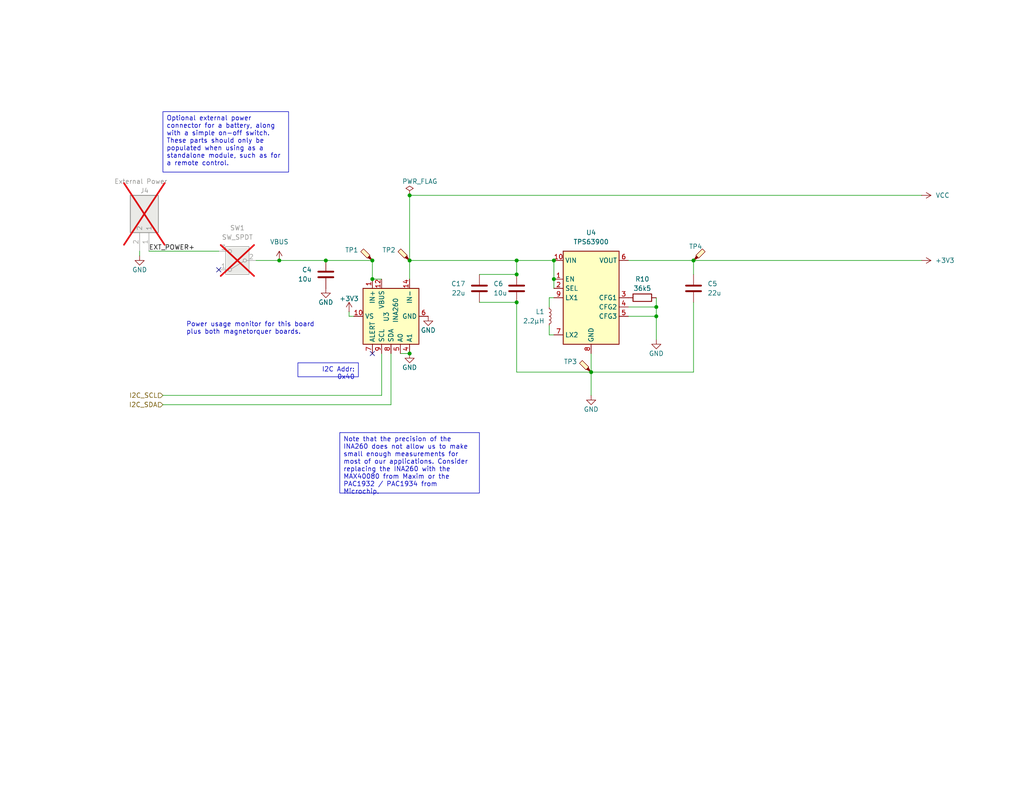
<source format=kicad_sch>
(kicad_sch (version 20231120) (generator "eeschema") (generator_version "8.0")
  (paper "USLetter")
  (title_block (title "Comms Board") (date "2025-02-12") (rev "${PCB_VERSION}") (company "TVSC"))
  (lib_symbols
    (symbol "Connector:TestPoint_Probe" (pin_numbers hide) (pin_names (offset 0.762) hide)
      (property "Reference" "TP" (at 1.651 5.842 0))
      (property "Value" "TestPoint_Probe" (at 1.651 4.064 0))
      (symbol "TestPoint_Probe_0_1"
        (polyline (pts (xy 1.27 0.762) (xy 0 0) (xy 0.762 1.27) (xy 1.27 0.762)) (fill (type outline)))
        (polyline (pts (xy 1.397 0.635) (xy 0.635 1.397) (xy 2.413 3.175) (xy 3.175 2.413) (xy 1.397 0.635)) (fill (type background)))
      )
      (symbol "TestPoint_Probe_1_1"
        (pin passive line (at 0 0 90) (length 0) (name "1") (number "1"))
      )
    )
    (symbol "Device:C" (pin_numbers hide) (pin_names (offset 0.254))
      (property "Reference" "C" (at 0.635 2.54 0))
      (property "Value" "C" (at 0.635 -2.54 0))
      (symbol "C_0_1"
        (polyline (pts (xy -2.032 -0.762) (xy 2.032 -0.762)) (stroke (width 0.508)))
        (polyline (pts (xy -2.032 0.762) (xy 2.032 0.762)) (stroke (width 0.508)))
      )
      (symbol "C_1_1"
        (pin passive line (at 0 3.81 270) (length 2.794) (name "~") (number "1"))
        (pin passive line (at 0 -3.81 90) (length 2.794) (name "~") (number "2"))
      )
    )
    (symbol "Device:L_Small" (pin_numbers hide) (pin_names (offset 0.254) hide)
      (property "Reference" "L" (at 0.762 1.016 0))
      (property "Value" "L_Small" (at 0.762 -1.016 0))
      (symbol "L_Small_0_1"
        (arc (start 0 -2.032) (mid 0.5058 -1.524) (end 0 -1.016))
        (arc (start 0 -1.016) (mid 0.5058 -0.508) (end 0 0))
        (arc (start 0 0) (mid 0.5058 0.508) (end 0 1.016))
        (arc (start 0 1.016) (mid 0.5058 1.524) (end 0 2.032))
      )
      (symbol "L_Small_1_1"
        (pin passive line (at 0 2.54 270) (length 0.508) (name "~") (number "1"))
        (pin passive line (at 0 -2.54 90) (length 0.508) (name "~") (number "2"))
      )
    )
    (symbol "Device:R" (pin_numbers hide) (pin_names (offset 0))
      (property "Reference" "R" (at 2.032 0 90))
      (property "Value" "R" (at 0 0 90))
      (symbol "R_0_1"
        (rectangle (start -1.016 -2.54) (end 1.016 2.54) (stroke (width 0.254)))
      )
      (symbol "R_1_1"
        (pin passive line (at 0 3.81 270) (length 1.27) (name "~") (number "1"))
        (pin passive line (at 0 -3.81 90) (length 1.27) (name "~") (number "2"))
      )
    )
    (symbol "Regulator_Switching:TPS63900"
      (property "Reference" "U" (at -7.62 13.97 0))
      (property "Value" "TPS63900" (at 5.08 13.97 0))
      (symbol "TPS63900_0_1"
        (rectangle (start -7.62 12.7) (end 7.62 -12.7) (stroke (width 0.254)) (fill (type background)))
      )
      (symbol "TPS63900_1_1"
        (pin input line (at -10.16 5.08 0) (length 2.54) (name "EN") (number "1"))
        (pin power_in line (at -10.16 10.16 0) (length 2.54) (name "VIN") (number "10"))
        (pin passive line (at 0 -15.24 90) (length 2.54) hide (name "GND") (number "11"))
        (pin input line (at -10.16 2.54 0) (length 2.54) (name "SEL") (number "2"))
        (pin input line (at 10.16 0 180) (length 2.54) (name "CFG1") (number "3"))
        (pin input line (at 10.16 -2.54 180) (length 2.54) (name "CFG2") (number "4"))
        (pin input line (at 10.16 -5.08 180) (length 2.54) (name "CFG3") (number "5"))
        (pin power_out line (at 10.16 10.16 180) (length 2.54) (name "VOUT") (number "6"))
        (pin input line (at -10.16 -10.16 0) (length 2.54) (name "LX2") (number "7"))
        (pin power_in line (at 0 -15.24 90) (length 2.54) (name "GND") (number "8"))
        (pin input line (at -10.16 0 0) (length 2.54) (name "LX1") (number "9"))
      )
    )
    (symbol "Sensor:INA260"
      (property "Reference" "U" (at -6.35 8.89 0))
      (property "Value" "INA260" (at 2.54 8.89 0))
      (symbol "INA260_0_1"
        (rectangle (start -7.62 7.62) (end 7.62 -7.62) (stroke (width 0.254)) (fill (type background)))
      )
      (symbol "INA260_1_1"
        (pin passive line (at -10.16 5.08 0) (length 2.54) (name "IN+") (number "1"))
        (pin power_in line (at 0 10.16 270) (length 2.54) (name "VS") (number "10"))
        (pin passive line (at 0 -10.16 90) (length 2.54) hide (name "GND") (number "11"))
        (pin passive line (at -10.16 2.54 0) (length 2.54) (name "VBUS") (number "12"))
        (pin no_connect line (at 2.54 -7.62 90) (length 2.54) hide (name "NC") (number "13"))
        (pin passive line (at -10.16 -5.08 0) (length 2.54) (name "IN-") (number "14"))
        (pin passive line (at -10.16 -5.08 0) (length 2.54) hide (name "IN-") (number "15"))
        (pin passive line (at -10.16 -5.08 0) (length 2.54) hide (name "IN-") (number "16"))
        (pin passive line (at -10.16 5.08 0) (length 2.54) hide (name "IN+") (number "2"))
        (pin passive line (at -10.16 5.08 0) (length 2.54) hide (name "IN+") (number "3"))
        (pin input line (at 10.16 -5.08 180) (length 2.54) (name "A1") (number "4"))
        (pin input line (at 10.16 -2.54 180) (length 2.54) (name "A0") (number "5"))
        (pin power_in line (at 0 -10.16 90) (length 2.54) (name "GND") (number "6"))
        (pin open_collector line (at 10.16 5.08 180) (length 2.54) (name "ALERT") (number "7"))
        (pin bidirectional line (at 10.16 0 180) (length 2.54) (name "SDA") (number "8"))
        (pin input line (at 10.16 2.54 180) (length 2.54) (name "SCL") (number "9"))
      )
    )
    (symbol "Switch:SW_SPDT" (pin_names (offset 0) hide)
      (property "Reference" "SW" (at 0 5.08 0))
      (property "Value" "SW_SPDT" (at 0 -5.08 0))
      (symbol "SW_SPDT_0_1"
        (circle (center -2.032 0) (radius 0.4572))
        (polyline (pts (xy -1.651 0.254) (xy 1.651 2.286)))
        (circle (center 2.032 -2.54) (radius 0.4572))
        (circle (center 2.032 2.54) (radius 0.4572))
      )
      (symbol "SW_SPDT_1_1"
        (rectangle (start -3.175 3.81) (end 3.175 -3.81) (fill (type background)))
        (pin passive line (at 5.08 2.54 180) (length 2.54) (name "A") (number "1"))
        (pin passive line (at -5.08 0 0) (length 2.54) (name "B") (number "2"))
        (pin passive line (at 5.08 -2.54 180) (length 2.54) (name "C") (number "3"))
      )
    )
    (symbol "TVSC:B2B-PH-K-S__LF__SN_"
      (property "Reference" "J" (at 16.51 7.62 0))
      (property "Value" "B2B-PH-K-S__LF__SN_" (at 16.51 5.08 0))
      (symbol "B2B-PH-K-S__LF__SN__1_1"
        (rectangle (start 5.08 2.54) (end 15.24 -5.08) (stroke (width 0.254)) (fill (type background)))
        (pin passive line (at 0 -2.54 0) (length 5.08) (name "1") (number "1"))
        (pin passive line (at 0 0 0) (length 5.08) (name "2") (number "2"))
      )
    )
    (symbol "power:+3V3" (power) (pin_numbers hide) (pin_names (offset 0) hide)
      (property "Value" "+3V3" (at 0 3.556 0))
      (symbol "+3V3_0_1"
        (polyline (pts (xy -0.762 1.27) (xy 0 2.54)))
        (polyline (pts (xy 0 0) (xy 0 2.54)))
        (polyline (pts (xy 0 2.54) (xy 0.762 1.27)))
      )
      (symbol "+3V3_1_1"
        (pin power_in line (at 0 0 90) (length 0) (name "~") (number "1"))
      )
    )
    (symbol "power:GND" (power) (pin_numbers hide) (pin_names (offset 0) hide)
      (property "Value" "GND" (at 0 -3.81 0))
      (symbol "GND_0_1"
        (polyline (pts (xy 0 0) (xy 0 -1.27) (xy 1.27 -1.27) (xy 0 -2.54) (xy -1.27 -1.27) (xy 0 -1.27)))
      )
      (symbol "GND_1_1"
        (pin power_in line (at 0 0 270) (length 0) (name "~") (number "1"))
      )
    )
    (symbol "power:PWR_FLAG" (power) (pin_numbers hide) (pin_names (offset 0) hide)
      (property "Value" "PWR_FLAG" (at 0 3.81 0))
      (symbol "PWR_FLAG_0_0"
        (pin power_out line (at 0 0 90) (length 0) (name "~") (number "1"))
      )
      (symbol "PWR_FLAG_0_1"
        (polyline (pts (xy 0 0) (xy 0 1.27) (xy -1.016 1.905) (xy 0 2.54) (xy 1.016 1.905) (xy 0 1.27)))
      )
    )
    (symbol "power:VBUS" (power) (pin_numbers hide) (pin_names (offset 0) hide)
      (property "Value" "VBUS" (at 0 3.556 0))
      (symbol "VBUS_0_1"
        (polyline (pts (xy -0.762 1.27) (xy 0 2.54)))
        (polyline (pts (xy 0 0) (xy 0 2.54)))
        (polyline (pts (xy 0 2.54) (xy 0.762 1.27)))
      )
      (symbol "VBUS_1_1"
        (pin power_in line (at 0 0 90) (length 0) (name "~") (number "1"))
      )
    )
    (symbol "power:VCC" (power) (pin_numbers hide) (pin_names (offset 0) hide)
      (property "Value" "VCC" (at 0 3.556 0))
      (symbol "VCC_0_1"
        (polyline (pts (xy -0.762 1.27) (xy 0 2.54)))
        (polyline (pts (xy 0 0) (xy 0 2.54)))
        (polyline (pts (xy 0 2.54) (xy 0.762 1.27)))
      )
      (symbol "VCC_1_1"
        (pin power_in line (at 0 0 90) (length 0) (name "~") (number "1"))
      )
    )
  )
  (junction (at 179.07 83.82))
  (junction (at 111.76 96.52))
  (junction (at 189.23 71.12))
  (junction (at 111.76 53.34))
  (junction (at 179.07 86.36))
  (junction (at 140.97 82.55))
  (junction (at 140.97 74.93))
  (junction (at 151.13 76.2))
  (junction (at 101.6 71.12))
  (junction (at 111.76 71.12))
  (junction (at 88.9 71.12))
  (junction (at 101.6 76.2))
  (junction (at 76.2 71.12))
  (junction (at 151.13 71.12))
  (junction (at 140.97 71.12))
  (junction (at 161.29 101.6))
  (no_connect (at 59.69 73.66))
  (no_connect (at 101.6 96.52))
  (wire (pts (xy 179.07 86.36) (xy 171.45 86.36)))
  (wire (pts (xy 179.07 86.36) (xy 179.07 92.71)))
  (wire (pts (xy 149.86 81.28) (xy 149.86 83.82)))
  (wire (pts (xy 130.81 74.93) (xy 140.97 74.93)))
  (wire (pts (xy 111.76 71.12) (xy 140.97 71.12)))
  (wire (pts (xy 161.29 101.6) (xy 189.23 101.6)))
  (wire (pts (xy 171.45 83.82) (xy 179.07 83.82)))
  (wire (pts (xy 101.6 76.2) (xy 104.14 76.2)))
  (wire (pts (xy 161.29 101.6) (xy 161.29 96.52)))
  (wire (pts (xy 189.23 71.12) (xy 189.23 74.93)))
  (wire (pts (xy 69.85 71.12) (xy 76.2 71.12)))
  (wire (pts (xy 95.25 86.36) (xy 95.25 85.09)))
  (wire (pts (xy 111.76 76.2) (xy 111.76 71.12)))
  (wire (pts (xy 40.64 68.58) (xy 59.69 68.58)))
  (wire (pts (xy 151.13 71.12) (xy 151.13 76.2)))
  (wire (pts (xy 109.22 96.52) (xy 111.76 96.52)))
  (wire (pts (xy 101.6 71.12) (xy 101.6 76.2)))
  (wire (pts (xy 130.81 82.55) (xy 140.97 82.55)))
  (wire (pts (xy 140.97 71.12) (xy 151.13 71.12)))
  (wire (pts (xy 179.07 83.82) (xy 179.07 86.36)))
  (wire (pts (xy 140.97 74.93) (xy 140.97 71.12)))
  (wire (pts (xy 44.45 110.49) (xy 106.68 110.49)))
  (wire (pts (xy 140.97 101.6) (xy 161.29 101.6)))
  (wire (pts (xy 189.23 82.55) (xy 189.23 101.6)))
  (wire (pts (xy 140.97 82.55) (xy 140.97 101.6)))
  (wire (pts (xy 44.45 107.95) (xy 104.14 107.95)))
  (wire (pts (xy 95.25 86.36) (xy 96.52 86.36)))
  (wire (pts (xy 171.45 71.12) (xy 189.23 71.12)))
  (wire (pts (xy 88.9 71.12) (xy 101.6 71.12)))
  (wire (pts (xy 104.14 96.52) (xy 104.14 107.95)))
  (wire (pts (xy 111.76 53.34) (xy 251.46 53.34)))
  (wire (pts (xy 151.13 76.2) (xy 151.13 78.74)))
  (wire (pts (xy 111.76 53.34) (xy 111.76 71.12)))
  (wire (pts (xy 149.86 88.9) (xy 149.86 91.44)))
  (wire (pts (xy 149.86 91.44) (xy 151.13 91.44)))
  (wire (pts (xy 38.1 69.85) (xy 38.1 68.58)))
  (wire (pts (xy 161.29 107.95) (xy 161.29 101.6)))
  (wire (pts (xy 151.13 81.28) (xy 149.86 81.28)))
  (wire (pts (xy 179.07 81.28) (xy 179.07 83.82)))
  (wire (pts (xy 76.2 71.12) (xy 88.9 71.12)))
  (wire (pts (xy 189.23 71.12) (xy 251.46 71.12)))
  (wire (pts (xy 106.68 96.52) (xy 106.68 110.49)))
  (text_box "I2C Addr: 0x40" (at 81.28 99.06 0) (size 16.51 3.81) (effects (font (size 1.27 1.27)) (justify right top)))
  (text_box "Optional external power connector for a battery, along with a simple on-off switch. These parts should only be populated when using as a standalone module, such as for a remote control." (at 44.45 30.48 0) (size 34.29 16.51) (effects (font (size 1.27 1.27)) (justify left top)))
  (text_box "Note that the precision of the INA260 does not allow us to make small enough measurements for most of our applications. Consider replacing the INA260 with the MAX40080 from Maxim or the PAC1932 / PAC1934 from Microchip." (at 92.71 118.11 0) (size 38.1 16.51) (effects (font (size 1.27 1.27)) (justify left top)))
  (text "Power usage monitor for this board\nplus both magnetorquer boards." (at 50.8 91.44 0) (effects (font (size 1.27 1.27)) (justify left bottom)))
  (label "EXT_POWER+" (at 40.64 68.58 0))
  (hierarchical_label "I2C_SCL" (shape input) (at 44.45 107.95 180))
  (hierarchical_label "I2C_SDA" (shape input) (at 44.45 110.49 180))
  (symbol (lib_id "Device:C") (at 189.23 78.74 0) (unit 1)
    (property "Reference" "C5" (at 193.04 77.47 0) (effects (justify left)))
    (property "Value" "22u" (at 193.04 80.01 0) (effects (justify left)))
    (property "Footprint" "footprints:Nondescript_C_0603_1608Metric" (effects (hide yes)))
    (property "Description" "Unpolarized capacitor" (effects (hide yes)))
    (property "MPN" "C710887" (effects (hide yes)))
    (property "Manufacturer" "Murata" (effects (hide yes)))
    (property "Manufacturer Part Number" "GRM187R60J226ME15D" (effects (hide yes)))
    (property "Active" "Y" (effects (hide yes)))
    (property "Purpose" "Voltage regulator" (effects (hide yes)))
    (property "Basic or Extended Component" "Extended" (effects (hide yes)))
  )
  (symbol (lib_id "Connector:TestPoint_Probe") (at 189.23 71.12 0) (unit 1) (in_bom no)
    (property "Reference" "TP4" (at 187.96 67.31 0) (effects (justify left)))
    (property "Value" "+3V3" (effects (hide yes)))
    (property "Footprint" "footprints:TestPoint_Pad_D1.5mm" (effects (hide yes)))
    (property "Description" "test point (alternative probe-style design)" (effects (hide yes)))
    (property "MPN" "NA" (effects (hide yes)))
    (property "Active" "Y" (effects (hide yes)))
  )
  (symbol (lib_id "power:GND") (at 38.1 69.85 0) (mirror y) (unit 1)
    (property "Reference" "#PWR63" (effects (hide yes)))
    (property "Value" "GND" (at 38.1 73.66 0))
    (property "Description" "Power symbol creates a global label with name \"GND\" , ground" (effects (hide yes)))
  )
  (symbol (lib_id "Device:C") (at 88.9 74.93 0) (mirror y) (unit 1)
    (property "Reference" "C4" (at 85.09 73.66 0) (effects (justify left)))
    (property "Value" "10u" (at 85.09 76.2 0) (effects (justify left)))
    (property "Footprint" "footprints:Nondescript_C_0402_1005Metric" (effects (hide yes)))
    (property "Description" "Unpolarized capacitor" (effects (hide yes)))
    (property "Active" "Y" (effects (hide yes)))
    (property "Specs" "3.3V" (effects (hide yes)))
    (property "MPN" "C15525" (effects (hide yes)))
    (property "Manufacturer" "Samsung Electro-Mechanics" (effects (hide yes)))
    (property "Manufacturer Part Number" "CL05A106MQ5NUNC" (effects (hide yes)))
    (property "Purpose" "Voltage regulator" (effects (hide yes)))
    (property "Basic or Extended Component" "Basic" (effects (hide yes)))
  )
  (symbol (lib_id "power:GND") (at 116.84 86.36 0) (mirror y) (unit 1)
    (property "Reference" "#PWR18" (effects (hide yes)))
    (property "Value" "GND" (at 116.84 90.17 0))
    (property "Description" "Power symbol creates a global label with name \"GND\" , ground" (effects (hide yes)))
  )
  (symbol (lib_id "Switch:SW_SPDT") (at 64.77 71.12 180) (unit 1) (in_bom no) (dnp yes)
    (property "Reference" "SW1" (at 64.77 62.23 0))
    (property "Value" "SW_SPDT" (at 64.77 64.77 0))
    (property "Footprint" "Button_Switch_THT:SW_Slide_SPDT_Straight_CK_OS102011MS2Q" (effects (hide yes)))
    (property "Description" "Switch, single pole double throw" (effects (hide yes)))
    (property "Manufacturer" "C&K" (effects (hide yes)))
    (property "Manufacturer Part Number" "OS102011MS2QN1" (effects (hide yes)))
  )
  (symbol (lib_id "power:PWR_FLAG") (at 111.76 53.34 0) (unit 1)
    (property "Reference" "#FLG3" (effects (hide yes)))
    (property "Value" "PWR_FLAG" (at 119.38 49.53 0) (effects (justify right)))
    (property "Description" "Special symbol for telling ERC where power comes from" (effects (hide yes)))
  )
  (symbol (lib_id "Connector:TestPoint_Probe") (at 101.6 71.12 0) (mirror y) (unit 1) (in_bom no)
    (property "Reference" "TP1" (at 97.79 68.2625 0) (effects (justify left)))
    (property "Value" "VBUS" (effects (hide yes)))
    (property "Footprint" "footprints:TestPoint_Pad_D1.5mm" (effects (hide yes)))
    (property "Description" "test point (alternative probe-style design)" (effects (hide yes)))
    (property "MPN" "NA" (effects (hide yes)))
    (property "Active" "Y" (effects (hide yes)))
  )
  (symbol (lib_id "power:+3V3") (at 251.46 71.12 270) (unit 1)
    (property "Reference" "#PWR23" (effects (hide yes)))
    (property "Value" "+3V3" (at 257.81 71.12 90))
    (property "Description" "Power symbol creates a global label with name \"+3V3\"" (effects (hide yes)))
  )
  (symbol (lib_id "Device:C") (at 130.81 78.74 0) (mirror y) (unit 1)
    (property "Reference" "C17" (at 127 77.47 0) (effects (justify left)))
    (property "Value" "22u" (at 127 80.01 0) (effects (justify left)))
    (property "Footprint" "footprints:Nondescript_C_0603_1608Metric" (effects (hide yes)))
    (property "Description" "Unpolarized capacitor" (effects (hide yes)))
    (property "MPN" "C710887" (effects (hide yes)))
    (property "Manufacturer" "Murata" (effects (hide yes)))
    (property "Manufacturer Part Number" "GRM187R60J226ME15D" (effects (hide yes)))
    (property "Active" "Y" (effects (hide yes)))
    (property "Purpose" "Voltage regulator" (effects (hide yes)))
    (property "Basic or Extended Component" "Extended" (effects (hide yes)))
  )
  (symbol (lib_id "Sensor:INA260") (at 106.68 86.36 90) (mirror x) (unit 1)
    (property "Reference" "U3" (at 105.41 85.09 0) (effects (justify left)))
    (property "Value" "INA260" (at 107.95 81.28 0) (effects (justify left)))
    (property "Footprint" "Package_SO:TSSOP-16_4.4x5mm_P0.65mm" (effects (hide yes)))
    (property "Datasheet" "http://www.ti.com/lit/ds/symlink/ina260.pdf" (effects (hide yes)))
    (property "Description" "Current/power/voltage monitor with Integrated 2mΩ Shunt Resistor, 2.7V - 5.5V, I2C, TSSOP-16" (effects (hide yes)))
    (property "MPN" "C2155885" (effects (hide yes)))
    (property "Manufacturer" "Texas Instruments" (effects (hide yes)))
    (property "Manufacturer Part Number" "INA260" (effects (hide yes)))
    (property "Active" "Y" (effects (hide yes)))
    (property "Basic or Extended Component" "Extended" (effects (hide yes)))
  )
  (symbol (lib_id "TVSC:B2B-PH-K-S__LF__SN_") (at 38.1 68.58 90) (unit 1) (in_bom no) (dnp yes)
    (property "Reference" "J4" (at 40.64 52.07 90) (effects (justify left)))
    (property "Value" "External Power" (at 45.72 49.53 90) (effects (justify left)))
    (property "Footprint" "Connector_JST:JST_PH_S2B-PH-K_1x02_P2.00mm_Horizontal" (effects (hide yes)))
    (property "Datasheet" "http://www.jst-mfg.com/product/pdf/eng/ePH.pdf" (effects (hide yes)))
    (property "Height" "6" (effects (hide yes)))
    (property "Manufacturer" "JST (JAPAN SOLDERLESS TERMINALS)" (effects (hide yes)))
    (property "Manufacturer Part Number" "S2B-PH-K-S" (effects (hide yes)))
    (property "Manufacturer" "JST (JAPAN SOLDERLESS TERMINALS)" (effects (hide yes)))
    (property "Manufacturer Part Number" "B2B-PH-K-S (LF)(SN)" (effects (hide yes)))
    (property "Active" "Y" (effects (hide yes)))
  )
  (symbol (lib_id "power:VBUS") (at 76.2 71.12 0) (unit 1)
    (property "Reference" "#PWR14" (effects (hide yes)))
    (property "Value" "VBUS" (at 76.2 66.04 0))
    (property "Description" "Power symbol creates a global label with name \"VBUS\"" (effects (hide yes)))
  )
  (symbol (lib_id "power:VCC") (at 251.46 53.34 270) (unit 1)
    (property "Reference" "#PWR22" (effects (hide yes)))
    (property "Value" "VCC" (at 255.27 53.34 90) (effects (justify left)))
    (property "Description" "Power symbol creates a global label with name \"VCC\"" (effects (hide yes)))
  )
  (symbol (lib_id "Device:C") (at 140.97 78.74 0) (unit 1)
    (property "Reference" "C6" (at 134.62 77.47 0) (effects (justify left)))
    (property "Value" "10u" (at 134.62 80.01 0) (effects (justify left)))
    (property "Footprint" "footprints:Nondescript_C_0603_1608Metric" (effects (hide yes)))
    (property "Description" "Unpolarized capacitor" (effects (hide yes)))
    (property "Active" "Y" (effects (hide yes)))
    (property "MPN" "C77041" (effects (hide yes)))
    (property "Manufacturer" "Murata" (effects (hide yes)))
    (property "Manufacturer Part Number" "GRM188R60J106ME47D" (effects (hide yes)))
    (property "Purpose" "Voltage regulator" (effects (hide yes)))
    (property "Basic or Extended Component" "Extended" (effects (hide yes)))
  )
  (symbol (lib_id "Regulator_Switching:TPS63900") (at 161.29 81.28 0) (unit 1)
    (property "Reference" "U4" (at 161.29 63.5 0))
    (property "Value" "TPS63900" (at 161.29 66.04 0))
    (property "Footprint" "Package_SON:WSON-10-1EP_2.5x2.5mm_P0.5mm_EP1.2x2mm" (effects (hide yes)))
    (property "Datasheet" "https://www.ti.com/lit/ds/symlink/tps63900.pdf" (effects (hide yes)))
    (property "Description" "Buck-Boost Converter, 1.8-5.5V Input Voltage, 0.4A Switch Current, Adjustable 1.8-5V Output Voltage, WSON-10" (effects (hide yes)))
    (property "Active" "Y" (effects (hide yes)))
    (property "Basic or Extended Component" "Extended" (effects (hide yes)))
    (property "MPN" "C1518762" (effects (hide yes)))
    (property "Manufacturer" "Texas Instruments" (effects (hide yes)))
    (property "Manufacturer Part Number" "TPS63900DSKR" (effects (hide yes)))
  )
  (symbol (lib_id "Device:L_Small") (at 149.86 86.36 0) (mirror x) (unit 1)
    (property "Reference" "L1" (at 148.59 85.0899 0) (effects (justify right)))
    (property "Value" "2.2µH" (at 148.59 87.6299 0) (effects (justify right)))
    (property "Footprint" "Inductor_SMD:L_1008_2520Metric" (effects (hide yes)))
    (property "Description" "Inductor, small symbol" (effects (hide yes)))
    (property "Active" "Y" (effects (hide yes)))
    (property "Basic or Extended Component" "Extended" (effects (hide yes)))
    (property "MPN" "C576403" (effects (hide yes)))
    (property "Manufacturer" "Murata" (effects (hide yes)))
    (property "Manufacturer Part Number" "DFE252012F-2R2M=P2" (effects (hide yes)))
  )
  (symbol (lib_id "power:GND") (at 111.76 96.52 0) (mirror y) (unit 1)
    (property "Reference" "#PWR17" (effects (hide yes)))
    (property "Value" "GND" (at 111.76 100.33 0))
    (property "Description" "Power symbol creates a global label with name \"GND\" , ground" (effects (hide yes)))
  )
  (symbol (lib_id "power:+3V3") (at 95.25 85.09 0) (mirror y) (unit 1)
    (property "Reference" "#PWR16" (effects (hide yes)))
    (property "Value" "+3V3" (at 95.25 81.534 0))
    (property "Description" "Power symbol creates a global label with name \"+3V3\"" (effects (hide yes)))
  )
  (symbol (lib_id "power:GND") (at 161.29 107.95 0) (unit 1)
    (property "Reference" "#PWR5" (effects (hide yes)))
    (property "Value" "GND" (at 161.29 111.76 0))
    (property "Description" "Power symbol creates a global label with name \"GND\" , ground" (effects (hide yes)))
  )
  (symbol (lib_id "Device:R") (at 175.26 81.28 90) (unit 1)
    (property "Reference" "R10" (at 175.26 76.2 90))
    (property "Value" "36k5" (at 175.26 78.74 90))
    (property "Footprint" "footprints:Nondescript_R_0603_1608Metric" (effects (hide yes)))
    (property "Description" "Resistor" (effects (hide yes)))
    (property "Active" "Y" (effects (hide yes)))
    (property "Basic or Extended Component" "Extended" (effects (hide yes)))
    (property "MPN" "C23029" (effects (hide yes)))
    (property "Manufacturer" "UNI-ROYAL(Uniroyal Elec)" (effects (hide yes)))
    (property "Manufacturer Part Number" "0603WAF3652T5E" (effects (hide yes)))
  )
  (symbol (lib_id "power:GND") (at 88.9 78.74 0) (unit 1)
    (property "Reference" "#PWR15" (effects (hide yes)))
    (property "Value" "GND" (at 88.9 82.55 0))
    (property "Description" "Power symbol creates a global label with name \"GND\" , ground" (effects (hide yes)))
  )
  (symbol (lib_id "Connector:TestPoint_Probe") (at 161.29 101.6 0) (mirror y) (unit 1) (in_bom no)
    (property "Reference" "TP3" (at 157.48 98.7425 0) (effects (justify left)))
    (property "Value" "GND" (effects (hide yes)))
    (property "Footprint" "footprints:TestPoint_Pad_D1.5mm" (effects (hide yes)))
    (property "Description" "test point (alternative probe-style design)" (effects (hide yes)))
    (property "MPN" "NA" (effects (hide yes)))
    (property "Active" "Y" (effects (hide yes)))
  )
  (symbol (lib_id "Connector:TestPoint_Probe") (at 111.76 71.12 0) (mirror y) (unit 1) (in_bom no)
    (property "Reference" "TP2" (at 107.95 68.2625 0) (effects (justify left)))
    (property "Value" "GND" (effects (hide yes)))
    (property "Footprint" "footprints:TestPoint_Pad_D1.5mm" (effects (hide yes)))
    (property "Description" "test point (alternative probe-style design)" (effects (hide yes)))
    (property "MPN" "NA" (effects (hide yes)))
    (property "Active" "Y" (effects (hide yes)))
  )
  (symbol (lib_id "power:GND") (at 179.07 92.71 0) (unit 1)
    (property "Reference" "#PWR8" (effects (hide yes)))
    (property "Value" "GND" (at 179.07 96.52 0))
    (property "Description" "Power symbol creates a global label with name \"GND\" , ground" (effects (hide yes)))
  )
)
</source>
